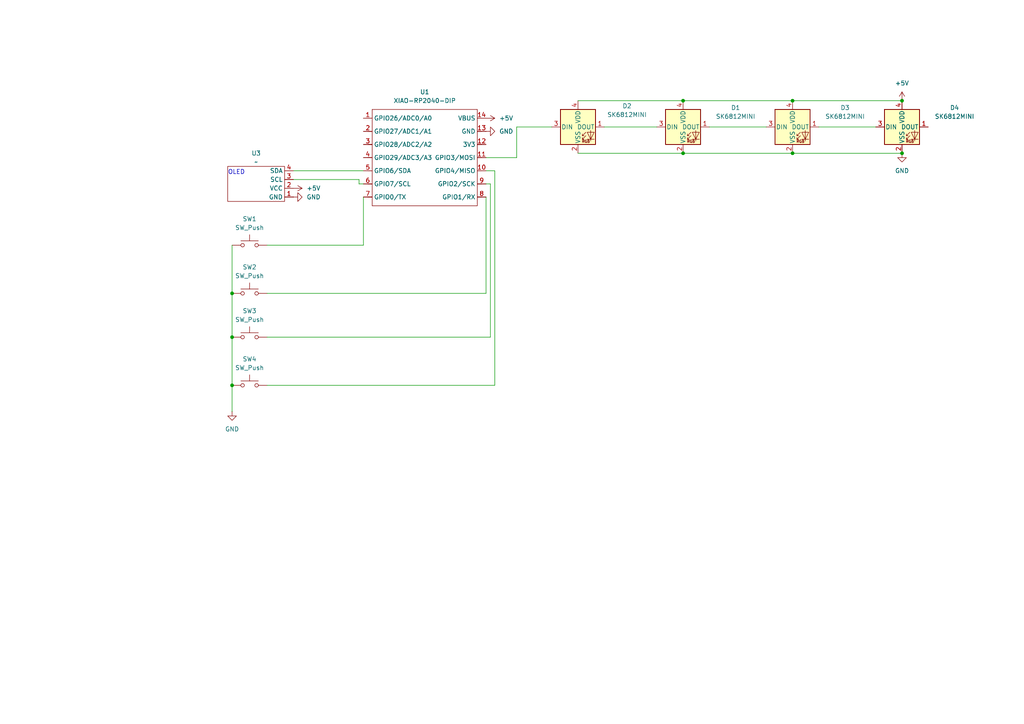
<source format=kicad_sch>
(kicad_sch (version 20250114) (generator "eeschema") (generator_version "9.0")
  (paper "A4")
  (lib_symbols
    (symbol "LED:SK6812MINI" (pin_names (offset 0.254))
      (property "Reference" "D" (at 5.08 5.715 0))
      (property "Value" "SK6812MINI" (at 1.27 -5.715 0))
      (symbol "SK6812MINI_0_0"
        (text "RGB" (at 2.286 -4.191 0) (effects (font (size 0.762 0.762))))
      )
      (symbol "SK6812MINI_0_1"
        (polyline (pts (xy 1.27 -2.54) (xy 1.778 -2.54)))
        (polyline (pts (xy 1.27 -3.556) (xy 1.778 -3.556)))
        (polyline (pts (xy 2.286 -1.524) (xy 1.27 -2.54) (xy 1.27 -2.032)))
        (polyline (pts (xy 2.286 -2.54) (xy 1.27 -3.556) (xy 1.27 -3.048)))
        (polyline (pts (xy 3.683 -1.016) (xy 3.683 -3.556) (xy 3.683 -4.064)))
        (polyline (pts (xy 4.699 -1.524) (xy 2.667 -1.524) (xy 3.683 -3.556) (xy 4.699 -1.524)))
        (polyline (pts (xy 4.699 -3.556) (xy 2.667 -3.556)))
        (rectangle (start 5.08 5.08) (end -5.08 -5.08) (stroke (width 0.254)) (fill (type background)))
      )
      (symbol "SK6812MINI_1_1"
        (pin input line (at -7.62 0 0) (length 2.54) (name "DIN") (number "3"))
        (pin power_in line (at 0 7.62 270) (length 2.54) (name "VDD") (number "4"))
        (pin power_in line (at 0 -7.62 90) (length 2.54) (name "VSS") (number "2"))
        (pin output line (at 7.62 0 180) (length 2.54) (name "DOUT") (number "1"))
      )
    )
    (symbol "OPL:XIAO-RP2040-DIP"
      (property "Reference" "U" (at 0 0 0))
      (property "Value" "XIAO-RP2040-DIP" (at 5.334 -1.778 0))
      (symbol "XIAO-RP2040-DIP_1_0"
        (polyline (pts (xy -1.27 -2.54) (xy 29.21 -2.54)) (stroke (width 0.1524)))
        (polyline (pts (xy -1.27 -5.08) (xy -2.54 -5.08)) (stroke (width 0.1524)))
        (polyline (pts (xy -1.27 -5.08) (xy -1.27 -2.54)) (stroke (width 0.1524)))
        (polyline (pts (xy -1.27 -8.89) (xy -2.54 -8.89)) (stroke (width 0.1524)))
        (polyline (pts (xy -1.27 -8.89) (xy -1.27 -5.08)) (stroke (width 0.1524)))
        (polyline (pts (xy -1.27 -12.7) (xy -2.54 -12.7)) (stroke (width 0.1524)))
        (polyline (pts (xy -1.27 -12.7) (xy -1.27 -8.89)) (stroke (width 0.1524)))
        (polyline (pts (xy -1.27 -16.51) (xy -2.54 -16.51)) (stroke (width 0.1524)))
        (polyline (pts (xy -1.27 -16.51) (xy -1.27 -12.7)) (stroke (width 0.1524)))
        (polyline (pts (xy -1.27 -20.32) (xy -2.54 -20.32)) (stroke (width 0.1524)))
        (polyline (pts (xy -1.27 -24.13) (xy -2.54 -24.13)) (stroke (width 0.1524)))
        (polyline (pts (xy -1.27 -27.94) (xy -2.54 -27.94)) (stroke (width 0.1524)))
        (polyline (pts (xy -1.27 -30.48) (xy -1.27 -16.51)) (stroke (width 0.1524)))
        (polyline (pts (xy 29.21 -2.54) (xy 29.21 -5.08)) (stroke (width 0.1524)))
        (polyline (pts (xy 29.21 -5.08) (xy 29.21 -8.89)) (stroke (width 0.1524)))
        (polyline (pts (xy 29.21 -8.89) (xy 29.21 -12.7)) (stroke (width 0.1524)))
        (polyline (pts (xy 29.21 -12.7) (xy 29.21 -30.48)) (stroke (width 0.1524)))
        (polyline (pts (xy 29.21 -30.48) (xy -1.27 -30.48)) (stroke (width 0.1524)))
        (polyline (pts (xy 30.48 -5.08) (xy 29.21 -5.08)) (stroke (width 0.1524)))
        (polyline (pts (xy 30.48 -8.89) (xy 29.21 -8.89)) (stroke (width 0.1524)))
        (polyline (pts (xy 30.48 -12.7) (xy 29.21 -12.7)) (stroke (width 0.1524)))
        (polyline (pts (xy 30.48 -16.51) (xy 29.21 -16.51)) (stroke (width 0.1524)))
        (polyline (pts (xy 30.48 -20.32) (xy 29.21 -20.32)) (stroke (width 0.1524)))
        (polyline (pts (xy 30.48 -24.13) (xy 29.21 -24.13)) (stroke (width 0.1524)))
        (polyline (pts (xy 30.48 -27.94) (xy 29.21 -27.94)) (stroke (width 0.1524)))
        (pin passive line (at -3.81 -5.08 0) (length 2.54) (name "GPIO26/ADC0/A0") (number "1"))
        (pin passive line (at -3.81 -8.89 0) (length 2.54) (name "GPIO27/ADC1/A1") (number "2"))
        (pin passive line (at -3.81 -12.7 0) (length 2.54) (name "GPIO28/ADC2/A2") (number "3"))
        (pin passive line (at -3.81 -16.51 0) (length 2.54) (name "GPIO29/ADC3/A3") (number "4"))
        (pin passive line (at -3.81 -20.32 0) (length 2.54) (name "GPIO6/SDA") (number "5"))
        (pin passive line (at -3.81 -24.13 0) (length 2.54) (name "GPIO7/SCL") (number "6"))
        (pin passive line (at -3.81 -27.94 0) (length 2.54) (name "GPIO0/TX") (number "7"))
        (pin passive line (at 31.75 -5.08 180) (length 2.54) (name "VBUS") (number "14"))
        (pin passive line (at 31.75 -8.89 180) (length 2.54) (name "GND") (number "13"))
        (pin passive line (at 31.75 -12.7 180) (length 2.54) (name "3V3") (number "12"))
        (pin passive line (at 31.75 -16.51 180) (length 2.54) (name "GPIO3/MOSI") (number "11"))
        (pin passive line (at 31.75 -20.32 180) (length 2.54) (name "GPIO4/MISO") (number "10"))
        (pin passive line (at 31.75 -24.13 180) (length 2.54) (name "GPIO2/SCK") (number "9"))
        (pin passive line (at 31.75 -27.94 180) (length 2.54) (name "GPIO1/RX") (number "8"))
      )
    )
    (symbol "Switch:SW_Push" (pin_numbers (hide yes)) (pin_names (offset 1.016) (hide yes))
      (property "Reference" "SW" (at 1.27 2.54 0))
      (property "Value" "SW_Push" (at 0 -1.524 0))
      (symbol "SW_Push_0_1"
        (circle (center -2.032 0) (radius 0.508))
        (polyline (pts (xy 0 1.27) (xy 0 3.048)))
        (circle (center 2.032 0) (radius 0.508))
        (polyline (pts (xy 2.54 1.27) (xy -2.54 1.27)))
        (pin passive line (at -5.08 0 0) (length 2.54) (name "1") (number "1"))
        (pin passive line (at 5.08 0 180) (length 2.54) (name "2") (number "2"))
      )
    )
    (symbol "_1_1"
      (property "Reference" "U" (at 113.792 -1.27 0))
      (symbol "_1_1_0_1"
        (rectangle (start -8.89 10.16) (end 7.62 0))
      )
      (symbol "_1_1_1_1"
        (pin input line (at 10.16 8.89 180) (length 2.54) (name "SDA") (number "4"))
        (pin input line (at 10.16 6.35 180) (length 2.54) (name "SCL") (number "3"))
        (pin power_in line (at 10.16 3.81 180) (length 2.54) (name "VCC") (number "2"))
        (pin passive line (at 10.16 1.27 180) (length 2.54) (name "GND") (number "1"))
      )
    )
    (symbol "power:+5V" (power) (pin_numbers (hide yes)) (pin_names (offset 0) (hide yes))
      (property "Value" "+5V" (at 0 3.556 0))
      (symbol "+5V_0_1"
        (polyline (pts (xy -0.762 1.27) (xy 0 2.54)))
        (polyline (pts (xy 0 2.54) (xy 0.762 1.27)))
        (polyline (pts (xy 0 0) (xy 0 2.54)))
      )
      (symbol "+5V_1_1"
        (pin power_in line (at 0 0 90) (length 0) (name "~") (number "1"))
      )
    )
    (symbol "power:GND" (power) (pin_numbers (hide yes)) (pin_names (offset 0) (hide yes))
      (property "Value" "GND" (at 0 -3.81 0))
      (symbol "GND_0_1"
        (polyline (pts (xy 0 0) (xy 0 -1.27) (xy 1.27 -1.27) (xy 0 -2.54) (xy -1.27 -1.27) (xy 0 -1.27)))
      )
      (symbol "GND_1_1"
        (pin power_in line (at 0 0 270) (length 0) (name "~") (number "1"))
      )
    )
  )
  (text "OLED" (at 68.58 50.038 0) (effects (font (size 1.27 1.27))))
  (junction (at 67.31 85.09))
  (junction (at 261.62 44.45))
  (junction (at 229.87 44.45))
  (junction (at 67.31 111.76))
  (junction (at 261.62 29.21))
  (junction (at 198.12 44.45))
  (junction (at 198.12 29.21))
  (junction (at 67.31 97.79))
  (junction (at 229.87 29.21))
  (wire (pts (xy 104.14 53.34) (xy 105.41 53.34)))
  (wire (pts (xy 77.47 97.79) (xy 142.24 97.79)))
  (wire (pts (xy 142.24 53.34) (xy 140.97 53.34)))
  (wire (pts (xy 229.87 29.21) (xy 261.62 29.21)))
  (wire (pts (xy 205.74 36.83) (xy 222.25 36.83)))
  (wire (pts (xy 67.31 111.76) (xy 67.31 119.38)))
  (wire (pts (xy 77.47 71.12) (xy 105.41 71.12)))
  (wire (pts (xy 77.47 85.09) (xy 140.97 85.09)))
  (wire (pts (xy 143.51 49.53) (xy 140.97 49.53)))
  (wire (pts (xy 142.24 97.79) (xy 142.24 53.34)))
  (wire (pts (xy 104.14 52.07) (xy 104.14 53.34)))
  (wire (pts (xy 237.49 36.83) (xy 254 36.83)))
  (wire (pts (xy 143.51 111.76) (xy 143.51 49.53)))
  (wire (pts (xy 198.12 44.45) (xy 229.87 44.45)))
  (wire (pts (xy 167.64 44.45) (xy 198.12 44.45)))
  (wire (pts (xy 198.12 29.21) (xy 229.87 29.21)))
  (wire (pts (xy 140.97 85.09) (xy 140.97 57.15)))
  (wire (pts (xy 67.31 97.79) (xy 67.31 111.76)))
  (wire (pts (xy 229.87 44.45) (xy 261.62 44.45)))
  (wire (pts (xy 67.31 71.12) (xy 67.31 85.09)))
  (wire (pts (xy 160.02 36.83) (xy 149.86 36.83)))
  (wire (pts (xy 149.86 36.83) (xy 149.86 45.72)))
  (wire (pts (xy 67.31 85.09) (xy 67.31 97.79)))
  (wire (pts (xy 175.26 36.83) (xy 190.5 36.83)))
  (wire (pts (xy 85.09 49.53) (xy 105.41 49.53)))
  (wire (pts (xy 85.09 52.07) (xy 104.14 52.07)))
  (wire (pts (xy 77.47 111.76) (xy 143.51 111.76)))
  (wire (pts (xy 105.41 71.12) (xy 105.41 57.15)))
  (wire (pts (xy 167.64 29.21) (xy 198.12 29.21)))
  (wire (pts (xy 149.86 45.72) (xy 140.97 45.72)))
  (symbol (lib_id "Switch:SW_Push") (at 72.39 111.76 0) (unit 1)
    (property "Reference" "SW4" (at 72.39 104.14 0))
    (property "Value" "SW_Push" (at 72.39 106.68 0))
    (property "Footprint" "Button_Switch_Keyboard:SW_Cherry_MX_1.00u_PCB" (effects (hide yes)))
    (property "Description" "Push button switch, generic, two pins" (effects (hide yes)))
  )
  (symbol (lib_id "power:+5V") (at 261.62 29.21 0) (unit 1)
    (property "Reference" "#PWR012" (effects (hide yes)))
    (property "Value" "+5V" (at 261.62 24.13 0))
    (property "Description" "Power symbol creates a global label with name \"+5V\"" (effects (hide yes)))
  )
  (symbol (lib_id "LED:SK6812MINI") (at 261.62 36.83 0) (unit 1)
    (property "Reference" "D4" (at 276.86 31.242 0))
    (property "Value" "SK6812MINI" (at 276.86 33.782 0))
    (property "Footprint" "LED_SMD:LED_SK6812MINI_PLCC4_3.5x3.5mm_P1.75mm" (effects (hide yes)))
    (property "Datasheet" "https://cdn-shop.adafruit.com/product-files/2686/SK6812MINI_REV.01-1-2.pdf" (effects (hide yes)))
    (property "Description" "RGB LED with integrated controller" (effects (hide yes)))
  )
  (symbol (lib_id "power:GND") (at 85.09 57.15 90) (unit 1)
    (property "Reference" "#PWR07" (effects (hide yes)))
    (property "Value" "GND" (at 88.9 57.1499 90) (effects (justify right)))
    (property "Description" "Power symbol creates a global label with name \"GND\" , ground" (effects (hide yes)))
  )
  (symbol (lib_id "power:GND") (at 140.97 38.1 90) (unit 1)
    (property "Reference" "#PWR03" (effects (hide yes)))
    (property "Value" "GND" (at 144.78 38.0999 90) (effects (justify right)))
    (property "Description" "Power symbol creates a global label with name \"GND\" , ground" (effects (hide yes)))
  )
  (symbol (lib_id "LED:SK6812MINI") (at 167.64 36.83 0) (unit 1)
    (property "Reference" "D2" (at 181.864 30.734 0))
    (property "Value" "SK6812MINI" (at 181.864 33.274 0))
    (property "Footprint" "LED_SMD:LED_SK6812MINI_PLCC4_3.5x3.5mm_P1.75mm" (effects (hide yes)))
    (property "Datasheet" "https://cdn-shop.adafruit.com/product-files/2686/SK6812MINI_REV.01-1-2.pdf" (effects (hide yes)))
    (property "Description" "RGB LED with integrated controller" (effects (hide yes)))
  )
  (symbol (lib_id "Switch:SW_Push") (at 72.39 97.79 0) (unit 1)
    (property "Reference" "SW3" (at 72.39 90.17 0))
    (property "Value" "SW_Push" (at 72.39 92.71 0))
    (property "Footprint" "Button_Switch_Keyboard:SW_Cherry_MX_1.00u_PCB" (effects (hide yes)))
    (property "Description" "Push button switch, generic, two pins" (effects (hide yes)))
  )
  (symbol (lib_id "Switch:SW_Push") (at 72.39 71.12 0) (unit 1)
    (property "Reference" "SW1" (at 72.39 63.5 0))
    (property "Value" "SW_Push" (at 72.39 66.04 0))
    (property "Footprint" "Button_Switch_Keyboard:SW_Cherry_MX_1.00u_PCB" (effects (hide yes)))
    (property "Description" "Push button switch, generic, two pins" (effects (hide yes)))
  )
  (symbol (lib_id "LED:SK6812MINI") (at 229.87 36.83 0) (unit 1)
    (property "Reference" "D3" (at 245.11 31.242 0))
    (property "Value" "SK6812MINI" (at 245.11 33.782 0))
    (property "Footprint" "LED_SMD:LED_SK6812MINI_PLCC4_3.5x3.5mm_P1.75mm" (effects (hide yes)))
    (property "Datasheet" "https://cdn-shop.adafruit.com/product-files/2686/SK6812MINI_REV.01-1-2.pdf" (effects (hide yes)))
    (property "Description" "RGB LED with integrated controller" (effects (hide yes)))
  )
  (symbol (lib_id "OPL:XIAO-RP2040-DIP") (at 109.22 29.21 0) (unit 1)
    (property "Reference" "U1" (at 123.19 26.67 0))
    (property "Value" "XIAO-RP2040-DIP" (at 123.19 29.21 0))
    (property "Footprint" "OPL:XIAO-RP2040-DIP" (effects (hide yes)))
  )
  (symbol (lib_name "_1_1") (lib_id "OLED:_1") (at 74.93 58.42 0) (unit 1)
    (property "Reference" "U3" (at 74.295 44.45 0))
    (property "Value" "~" (at 74.295 46.99 0))
    (property "Footprint" "OLED:SSD1306-0.91-OLED-4pin-128x32" (effects (hide yes)))
  )
  (symbol (lib_id "LED:SK6812MINI") (at 198.12 36.83 0) (unit 1)
    (property "Reference" "D1" (at 213.36 31.242 0))
    (property "Value" "SK6812MINI" (at 213.36 33.782 0))
    (property "Footprint" "LED_SMD:LED_SK6812MINI_PLCC4_3.5x3.5mm_P1.75mm" (effects (hide yes)))
    (property "Datasheet" "https://cdn-shop.adafruit.com/product-files/2686/SK6812MINI_REV.01-1-2.pdf" (effects (hide yes)))
    (property "Description" "RGB LED with integrated controller" (effects (hide yes)))
  )
  (symbol (lib_id "power:GND") (at 261.62 44.45 0) (unit 1)
    (property "Reference" "#PWR013" (effects (hide yes)))
    (property "Value" "GND" (at 261.62 49.53 0))
    (property "Description" "Power symbol creates a global label with name \"GND\" , ground" (effects (hide yes)))
  )
  (symbol (lib_id "power:GND") (at 67.31 119.38 0) (unit 1)
    (property "Reference" "#PWR01" (effects (hide yes)))
    (property "Value" "GND" (at 67.31 124.46 0))
    (property "Description" "Power symbol creates a global label with name \"GND\" , ground" (effects (hide yes)))
  )
  (symbol (lib_id "power:+5V") (at 140.97 34.29 270) (unit 1)
    (property "Reference" "#PWR02" (effects (hide yes)))
    (property "Value" "+5V" (at 144.78 34.2899 90) (effects (justify left)))
    (property "Description" "Power symbol creates a global label with name \"+5V\"" (effects (hide yes)))
  )
  (symbol (lib_id "power:+5V") (at 85.09 54.61 270) (unit 1)
    (property "Reference" "#PWR06" (effects (hide yes)))
    (property "Value" "+5V" (at 88.9 54.6099 90) (effects (justify left)))
    (property "Description" "Power symbol creates a global label with name \"+5V\"" (effects (hide yes)))
  )
  (symbol (lib_id "Switch:SW_Push") (at 72.39 85.09 0) (unit 1)
    (property "Reference" "SW2" (at 72.39 77.47 0))
    (property "Value" "SW_Push" (at 72.39 80.01 0))
    (property "Footprint" "Button_Switch_Keyboard:SW_Cherry_MX_1.00u_PCB" (effects (hide yes)))
    (property "Description" "Push button switch, generic, two pins" (effects (hide yes)))
  )
)
</source>
